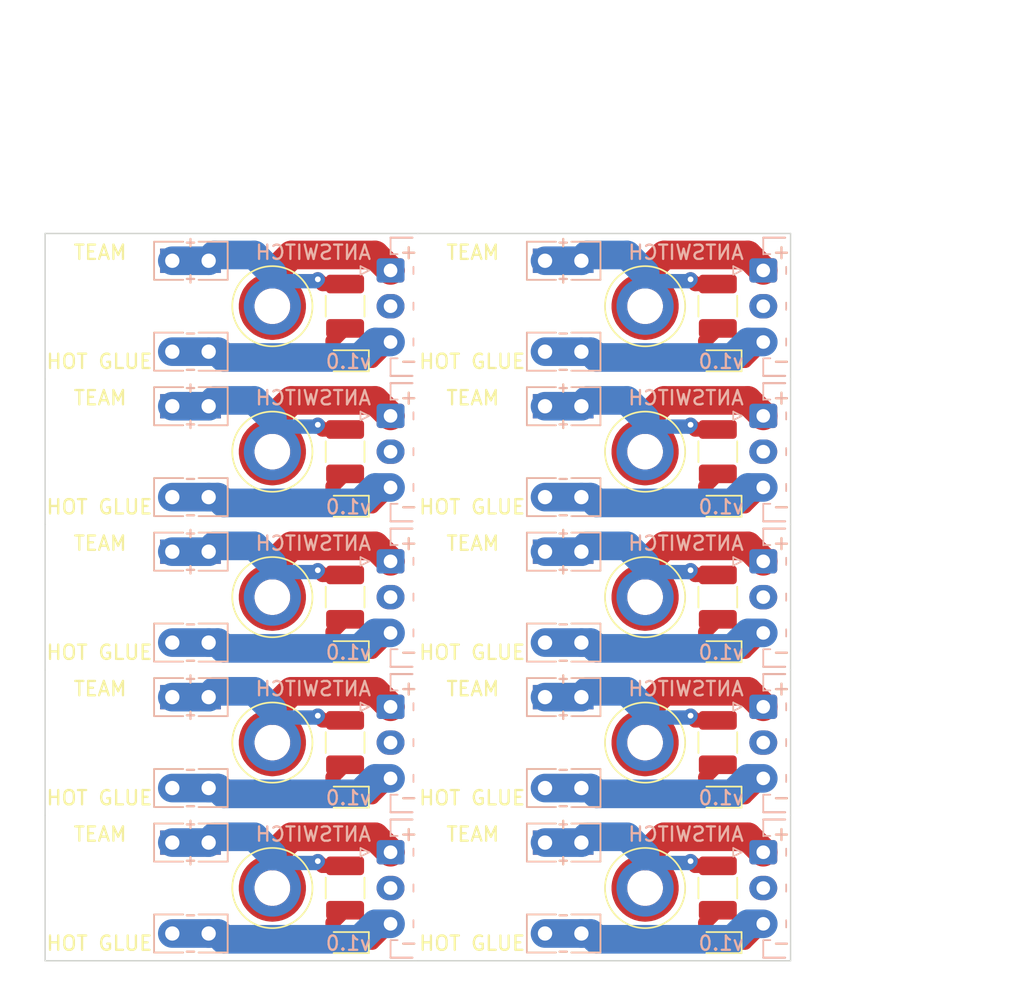
<source format=kicad_pcb>
(kicad_pcb (version 20240108) (generator "pcbnew") (generator_version "8.0")
  (layers (0 "F.Cu" signal) (31 "B.Cu" signal) (34 "B.Paste" user) (35 "F.Paste" user) (36 "B.SilkS" user "B.Silkscreen") (37 "F.SilkS" user "F.Silkscreen") (38 "B.Mask" user) (39 "F.Mask" user) (44 "Edge.Cuts" user))
  (net 0 "")
  (net 1 "Board_0-+BATT")
  (net 2 "Board_0--BATT")
  (net 3 "Board_0-/3.7V")
  (net 4 "Board_0-/BATT SWITCH")
  (net 5 "Board_0-Net-(D1-A)")
  (net 6 "Board_1-+BATT")
  (net 7 "Board_1--BATT")
  (net 8 "Board_1-/3.7V")
  (net 9 "Board_1-/BATT SWITCH")
  (net 10 "Board_1-Net-(D1-A)")
  (net 11 "Board_2-+BATT")
  (net 12 "Board_2--BATT")
  (net 13 "Board_2-/3.7V")
  (net 14 "Board_2-/BATT SWITCH")
  (net 15 "Board_2-Net-(D1-A)")
  (net 16 "Board_3-+BATT")
  (net 17 "Board_3--BATT")
  (net 18 "Board_3-/3.7V")
  (net 19 "Board_3-/BATT SWITCH")
  (net 20 "Board_3-Net-(D1-A)")
  (net 21 "Board_4-+BATT")
  (net 22 "Board_4--BATT")
  (net 23 "Board_4-/3.7V")
  (net 24 "Board_4-/BATT SWITCH")
  (net 25 "Board_4-Net-(D1-A)")
  (net 26 "Board_5-+BATT")
  (net 27 "Board_5--BATT")
  (net 28 "Board_5-/3.7V")
  (net 29 "Board_5-/BATT SWITCH")
  (net 30 "Board_5-Net-(D1-A)")
  (net 31 "Board_6-+BATT")
  (net 32 "Board_6--BATT")
  (net 33 "Board_6-/3.7V")
  (net 34 "Board_6-/BATT SWITCH")
  (net 35 "Board_6-Net-(D1-A)")
  (net 36 "Board_7-+BATT")
  (net 37 "Board_7--BATT")
  (net 38 "Board_7-/3.7V")
  (net 39 "Board_7-/BATT SWITCH")
  (net 40 "Board_7-Net-(D1-A)")
  (net 41 "Board_8-+BATT")
  (net 42 "Board_8--BATT")
  (net 43 "Board_8-/3.7V")
  (net 44 "Board_8-/BATT SWITCH")
  (net 45 "Board_8-Net-(D1-A)")
  (net 46 "Board_9-+BATT")
  (net 47 "Board_9--BATT")
  (net 48 "Board_9-/3.7V")
  (net 49 "Board_9-/BATT SWITCH")
  (net 50 "Board_9-Net-(D1-A)")
  (footprint "Trent_Components_Library:Screw M1.6" (layer "F.Cu") (at 164.375 45.4)
    (property "Reference" "M1" (hide yes))
    (property "Value" "Screw")
  )
  (footprint "LED_SMD:LED_0603_1608Metric_Pad1.05x0.95mm_HandSolder" (layer "F.Cu") (at 143.42 49.21 180)
    (property "Reference" "D1" (hide yes))
    (property "Value" "150060GS75003")
  )
  (footprint "Resistor_SMD:R_1210_3225Metric_Pad1.30x2.65mm_HandSolder" (layer "F.Cu") (at 143.42 55.56 -90)
    (property "Reference" "R1" (hide yes))
    (property "Value" "560112140008")
  )
  (footprint "Resistor_SMD:R_1210_3225Metric_Pad1.30x2.65mm_HandSolder" (layer "F.Cu") (at 169.455 35.24 -90)
    (property "Reference" "R1" (hide yes))
    (property "Value" "560112140008")
  )
  (footprint "Trent_Components_Library:Screw M3" (layer "F.Cu") (at 152.31 45.4)
    (property "Reference" "M2" (hide yes))
    (property "Value" "Screw")
  )
  (footprint "Trent_Components_Library:Screw M1.6" (layer "F.Cu") (at 164.375 35.24)
    (property "Reference" "M1" (hide yes))
    (property "Value" "Screw")
  )
  (footprint "Trent_Components_Library:PinHeader_1x02_P2.54mm_Vertical Positive" (layer "F.Cu") (at 131.35 21.905 90)
    (property "Reference" "J8" (hide yes))
    (property "Value" "+OUTPUT")
  )
  (footprint "Trent_Components_Library:Screw M3" (layer "F.Cu") (at 152.31 35.24)
    (property "Reference" "M2" (hide yes))
    (property "Value" "Screw")
  )
  (footprint "MountingHole:MountingHole_3.2mm_M3_DIN965" (layer "F.Cu") (at 126.275 25.08)
    (property "Reference" "H1" (hide yes))
    (property "Value" "MountingHole")
  )
  (footprint "Trent_Components_Library:screw_contact_3" (layer "F.Cu") (at 164.375 35.24)
    (property "Reference" "H2" (hide yes))
    (property "Value" "Screw contact")
  )
  (footprint "Trent_Components_Library:PinHeader_1x02_P2.54mm_Vertical Negative" (layer "F.Cu") (at 131.35 28.255 90)
    (property "Reference" "J9" (hide yes))
    (property "Value" "-OUTPUT")
  )
  (footprint "Trent_Components_Library:PinHeader_1x02_P2.54mm_Vertical Positive" (layer "F.Cu") (at 157.385 21.905 90)
    (property "Reference" "J8" (hide yes))
    (property "Value" "+OUTPUT")
  )
  (footprint "Trent_Components_Library:screw_contact_3" (layer "F.Cu") (at 138.34 25.08)
    (property "Reference" "H2" (hide yes))
    (property "Value" "Screw contact")
  )
  (footprint "Trent_Components_Library:Screw M3" (layer "F.Cu") (at 126.275 25.08)
    (property "Reference" "M2" (hide yes))
    (property "Value" "Screw")
  )
  (footprint "LED_SMD:LED_0603_1608Metric_Pad1.05x0.95mm_HandSolder" (layer "F.Cu") (at 169.455 39.05 180)
    (property "Reference" "D1" (hide yes))
    (property "Value" "150060GS75003")
  )
  (footprint "LED_SMD:LED_0603_1608Metric_Pad1.05x0.95mm_HandSolder" (layer "F.Cu") (at 169.455 28.89 180)
    (property "Reference" "D1" (hide yes))
    (property "Value" "150060GS75003")
  )
  (footprint "Trent_Components_Library:screw_contact_3" (layer "F.Cu") (at 164.375 25.08)
    (property "Reference" "H2" (hide yes))
    (property "Value" "Screw contact")
  )
  (footprint "Trent_Components_Library:Screw M3" (layer "F.Cu") (at 152.31 65.72)
    (property "Reference" "M2" (hide yes))
    (property "Value" "Screw")
  )
  (footprint "Trent_Components_Library:Screw M1.6" (layer "F.Cu") (at 138.34 65.72)
    (property "Reference" "M1" (hide yes))
    (property "Value" "Screw")
  )
  (footprint "Resistor_SMD:R_1210_3225Metric_Pad1.30x2.65mm_HandSolder" (layer "F.Cu") (at 143.42 65.72 -90)
    (property "Reference" "R1" (hide yes))
    (property "Value" "560112140008")
  )
  (footprint "Trent_Components_Library:Screw M3" (layer "F.Cu") (at 126.275 45.4)
    (property "Reference" "M2" (hide yes))
    (property "Value" "Screw")
  )
  (footprint "Trent_Components_Library:screw_contact_3" (layer "F.Cu") (at 138.34 35.24)
    (property "Reference" "H2" (hide yes))
    (property "Value" "Screw contact")
  )
  (footprint "LED_SMD:LED_0603_1608Metric_Pad1.05x0.95mm_HandSolder" (layer "F.Cu") (at 143.42 28.89 180)
    (property "Reference" "D1" (hide yes))
    (property "Value" "150060GS75003")
  )
  (footprint "Trent_Components_Library:Screw M1.6" (layer "F.Cu") (at 164.375 25.08)
    (property "Reference" "M1" (hide yes))
    (property "Value" "Screw")
  )
  (footprint "Trent_Components_Library:Screw M1.6" (layer "F.Cu") (at 138.34 35.24)
    (property "Reference" "M1" (hide yes))
    (property "Value" "Screw")
  )
  (footprint "LED_SMD:LED_0603_1608Metric_Pad1.05x0.95mm_HandSolder" (layer "F.Cu") (at 169.455 69.53 180)
    (property "Reference" "D1" (hide yes))
    (property "Value" "150060GS75003")
  )
  (footprint "Trent_Components_Library:screw_contact_3" (layer "F.Cu") (at 138.34 45.4)
    (property "Reference" "H2" (hide yes))
    (property "Value" "Screw contact")
  )
  (footprint "Trent_Components_Library:PinHeader_1x02_P2.54mm_Vertical Negative" (layer "F.Cu") (at 157.385 38.415 90)
    (property "Reference" "J9" (hide yes))
    (property "Value" "-OUTPUT")
  )
  (footprint "Trent_Components_Library:screw_contact_3" (layer "F.Cu") (at 164.375 55.56)
    (property "Reference" "H2" (hide yes))
    (property "Value" "Screw contact")
  )
  (footprint "MountingHole:MountingHole_3.2mm_M3_DIN965" (layer "F.Cu") (at 126.275 55.56)
    (property "Reference" "H1" (hide yes))
    (property "Value" "MountingHole")
  )
  (footprint "Trent_Components_Library:Screw M1.6" (layer "F.Cu") (at 164.375 65.72)
    (property "Reference" "M1" (hide yes))
    (property "Value" "Screw")
  )
  (footprint "MountingHole:MountingHole_3.2mm_M3_DIN965" (layer "F.Cu") (at 152.31 35.24)
    (property "Reference" "H1" (hide yes))
    (property "Value" "MountingHole")
  )
  (footprint "Resistor_SMD:R_1210_3225Metric_Pad1.30x2.65mm_HandSolder" (layer "F.Cu") (at 169.455 25.08 -90)
    (property "Reference" "R1" (hide yes))
    (property "Value" "560112140008")
  )
  (footprint "Resistor_SMD:R_1210_3225Metric_Pad1.30x2.65mm_HandSolder" (layer "F.Cu") (at 169.455 45.4 -90)
    (property "Reference" "R1" (hide yes))
    (property "Value" "560112140008")
  )
  (footprint "Trent_Components_Library:Screw M1.6" (layer "F.Cu") (at 138.34 25.08)
    (property "Reference" "M1" (hide yes))
    (property "Value" "Screw")
  )
  (footprint "Trent_Components_Library:PinHeader_1x02_P2.54mm_Vertical Negative" (layer "F.Cu") (at 157.385 28.255 90)
    (property "Reference" "J9" (hide yes))
    (property "Value" "-OUTPUT")
  )
  (footprint "Trent_Components_Library:PinHeader_1x02_P2.54mm_Vertical Positive" (layer "F.Cu") (at 157.385 62.545 90)
    (property "Reference" "J8" (hide yes))
    (property "Value" "+OUTPUT")
  )
  (footprint "Trent_Components_Library:PinHeader_1x02_P2.54mm_Vertical Positive" (layer "F.Cu") (at 157.385 52.385 90)
    (property "Reference" "J8" (hide yes))
    (property "Value" "+OUTPUT")
  )
  (footprint "MountingHole:MountingHole_3.2mm_M3_DIN965" (layer "F.Cu") (at 152.31 45.4)
    (property "Reference" "H1" (hide yes))
    (property "Value" "MountingHole")
  )
  (footprint "Trent_Components_Library:screw_contact_3" (layer "F.Cu") (at 138.34 65.72)
    (property "Reference" "H2" (hide yes))
    (property "Value" "Screw contact")
  )
  (footprint "LED_SMD:LED_0603_1608Metric_Pad1.05x0.95mm_HandSolder" (layer "F.Cu") (at 143.42 39.05 180)
    (property "Reference" "D1" (hide yes))
    (property "Value" "150060GS75003")
  )
  (footprint "Resistor_SMD:R_1210_3225Metric_Pad1.30x2.65mm_HandSolder" (layer "F.Cu") (at 143.42 45.4 -90)
    (property "Reference" "R1" (hide yes))
    (property "Value" "560112140008")
  )
  (footprint "Resistor_SMD:R_1210_3225Metric_Pad1.30x2.65mm_HandSolder" (layer "F.Cu") (at 169.455 55.56 -90)
    (property "Reference" "R1" (hide yes))
    (property "Value" "560112140008")
  )
  (footprint "Trent_Components_Library:PinHeader_1x02_P2.54mm_Vertical Negative" (layer "F.Cu") (at 131.35 38.415 90)
    (property "Reference" "J9" (hide yes))
    (property "Value" "-OUTPUT")
  )
  (footprint "MountingHole:MountingHole_3.2mm_M3_DIN965" (layer "F.Cu") (at 152.31 65.72)
    (property "Reference" "H1" (hide yes))
    (property "Value" "MountingHole")
  )
  (footprint "Trent_Components_Library:PinHeader_1x02_P2.54mm_Vertical Positive" (layer "F.Cu") (at 157.385 32.065 90)
    (property "Reference" "J8" (hide yes))
    (property "Value" "+OUTPUT")
  )
  (footprint "Trent_Components_Library:Screw M3" (layer "F.Cu") (at 126.275 55.56)
    (property "Reference" "M2" (hide yes))
    (property "Value" "Screw")
  )
  (footprint "MountingHole:MountingHole_3.2mm_M3_DIN965" (layer "F.Cu") (at 126.275 65.72)
    (property "Reference" "H1" (hide yes))
    (property "Value" "MountingHole")
  )
  (footprint "Trent_Components_Library:PinHeader_1x02_P2.54mm_Vertical Negative" (layer "F.Cu") (at 157.385 68.895 90)
    (property "Reference" "J9" (hide yes))
    (property "Value" "-OUTPUT")
  )
  (footprint "Trent_Components_Library:PinHeader_1x02_P2.54mm_Vertical Negative" (layer "F.Cu") (at 157.385 48.575 90)
    (property "Reference" "J9" (hide yes))
    (property "Value" "-OUTPUT")
  )
  (footprint "LED_SMD:LED_0603_1608Metric_Pad1.05x0.95mm_HandSolder" (layer "F.Cu") (at 143.42 59.37 180)
    (property "Reference" "D1" (hide yes))
    (property "Value" "150060GS75003")
  )
  (footprint "Trent_Components_Library:PinHeader_1x02_P2.54mm_Vertical Negative" (layer "F.Cu") (at 131.35 68.895 90)
    (property "Reference" "J9" (hide yes))
    (property "Value" "-OUTPUT")
  )
  (footprint "Trent_Components_Library:Screw M3" (layer "F.Cu") (at 152.31 55.56)
    (property "Reference" "M2" (hide yes))
    (property "Value" "Screw")
  )
  (footprint "Trent_Components_Library:PinHeader_1x02_P2.54mm_Vertical Negative" (layer "F.Cu") (at 131.35 58.735 90)
    (property "Reference" "J9" (hide yes))
    (property "Value" "-OUTPUT")
  )
  (footprint "MountingHole:MountingHole_3.2mm_M3_DIN965" (layer "F.Cu") (at 126.275 45.4)
    (property "Reference" "H1" (hide yes))
    (property "Value" "MountingHole")
  )
  (footprint "Trent_Components_Library:PinHeader_1x02_P2.54mm_Vertical Positive" (layer "F.Cu") (at 157.385 42.225 90)
    (property "Reference" "J8" (hide yes))
    (property "Value" "+OUTPUT")
  )
  (footprint "Trent_Components_Library:screw_contact_3" (layer "F.Cu") (at 138.34 55.56)
    (property "Reference" "H2" (hide yes))
    (property "Value" "Screw contact")
  )
  (footprint "MountingHole:MountingHole_3.2mm_M3_DIN965" (layer "F.Cu") (at 126.275 35.24)
    (property "Reference" "H1" (hide yes))
    (property "Value" "MountingHole")
  )
  (footprint "Trent_Components_Library:PinHeader_1x02_P2.54mm_Vertical Positive" (layer "F.Cu") (at 131.35 32.065 90)
    (property "Reference" "J8" (hide yes))
    (property "Value" "+OUTPUT")
  )
  (footprint "Trent_Components_Library:Screw M3" (layer "F.Cu") (at 126.275 35.24)
    (property "Reference" "M2" (hide yes))
    (property "Value" "Screw")
  )
  (footprint "Trent_Components_Library:PinHeader_1x02_P2.54mm_Vertical Positive" (layer "F.Cu") (at 131.35 62.545 90)
    (property "Reference" "J8" (hide yes))
    (property "Value" "+OUTPUT")
  )
  (footprint "MountingHole:MountingHole_3.2mm_M3_DIN965" (layer "F.Cu") (at 152.31 25.08)
    (property "Reference" "H1" (hide yes))
    (property "Value" "MountingHole")
  )
  (footprint "Resistor_SMD:R_1210_3225Metric_Pad1.30x2.65mm_HandSolder" (layer "F.Cu") (at 143.42 35.24 -90)
    (property "Reference" "R1" (hide yes))
    (property "Value" "560112140008")
  )
  (footprint "Trent_Components_Library:PinHeader_1x02_P2.54mm_Vertical Negative" (layer "F.Cu") (at 131.35 48.575 90)
    (property "Reference" "J9" (hide yes))
    (property "Value" "-OUTPUT")
  )
  (footprint "Resistor_SMD:R_1210_3225Metric_Pad1.30x2.65mm_HandSolder" (layer "F.Cu") (at 169.455 65.72 -90)
    (property "Reference" "R1" (hide yes))
    (property "Value" "560112140008")
  )
  (footprint "Trent_Components_Library:PinHeader_1x02_P2.54mm_Vertical Negative" (layer "F.Cu") (at 157.385 58.735 90)
    (property "Reference" "J9" (hide yes))
    (property "Value" "-OUTPUT")
  )
  (footprint "Trent_Components_Library:Screw M1.6" (layer "F.Cu") (at 138.34 45.4)
    (property "Reference" "M1" (hide yes))
    (property "Value" "Screw")
  )
  (footprint "LED_SMD:LED_0603_1608Metric_Pad1.05x0.95mm_HandSolder" (layer "F.Cu") (at 143.42 69.53 180)
    (property "Reference" "D1" (hide yes))
    (property "Value" "150060GS75003")
  )
  (footprint "LED_SMD:LED_0603_1608Metric_Pad1.05x0.95mm_HandSolder" (layer "F.Cu") (at 169.455 49.21 180)
    (property "Reference" "D1" (hide yes))
    (property "Value" "150060GS75003")
  )
  (footprint "LED_SMD:LED_0603_1608Metric_Pad1.05x0.95mm_HandSolder" (layer "F.Cu") (at 169.455 59.37 180)
    (property "Reference" "D1" (hide yes))
    (property "Value" "150060GS75003")
  )
  (footprint "Trent_Components_Library:screw_contact_3" (layer "F.Cu") (at 164.375 45.4)
    (property "Reference" "H2" (hide yes))
    (property "Value" "Screw contact")
  )
  (footprint "Trent_Components_Library:screw_contact_3" (layer "F.Cu") (at 164.375 65.72)
    (property "Reference" "H2" (hide yes))
    (property "Value" "Screw contact")
  )
  (footprint "Resistor_SMD:R_1210_3225Metric_Pad1.30x2.65mm_HandSolder" (layer "F.Cu") (at 143.42 25.08 -90)
    (property "Reference" "R1" (hide yes))
    (property "Value" "560112140008")
  )
  (footprint "Trent_Components_Library:PinHeader_1x02_P2.54mm_Vertical Positive" (layer "F.Cu") (at 131.35 52.385 90)
    (property "Reference" "J8" (hide yes))
    (property "Value" "+OUTPUT")
  )
  (footprint "Trent_Components_Library:Screw M3" (layer "F.Cu") (at 152.31 25.08)
    (property "Reference" "M2" (hide yes))
    (property "Value" "Screw")
  )
  (footprint "Trent_Components_Library:Screw M1.6" (layer "F.Cu") (at 164.375 55.56)
    (property "Reference" "M1" (hide yes))
    (property "Value" "Screw")
  )
  (footprint "Trent_Components_Library:Screw M3" (layer "F.Cu") (at 126.275 65.72)
    (property "Reference" "M2" (hide yes))
    (property "Value" "Screw")
  )
  (footprint "Trent_Components_Library:PinHeader_1x02_P2.54mm_Vertical Positive" (layer "F.Cu") (at 131.35 42.225 90)
    (property "Reference" "J8" (hide yes))
    (property "Value" "+OUTPUT")
  )
  (footprint "MountingHole:MountingHole_3.2mm_M3_DIN965" (layer "F.Cu") (at 152.31 55.56)
    (property "Reference" "H1" (hide yes))
    (property "Value" "MountingHole")
  )
  (footprint "Trent_Components_Library:Screw M1.6" (layer "F.Cu") (at 138.34 55.56)
    (property "Reference" "M1" (hide yes))
    (property "Value" "Screw")
  )
  (footprint "Mounting_Wuerth:Mounting_Wuerth_WA-SMSI-M1.6_H1mm_9774010633" (layer "B.Cu") (at 138.34 25.08 180)
    (property "Reference" "H4" (hide yes))
    (property "Value" "9774010633R")
  )
  (footprint "Trent_Components_Library:JST_XH_S3B-XH-A-1_1x03_P2.50mm_Horizontal_Aliexpress" (layer "B.Cu") (at 146.595 22.58 -90)
    (property "Reference" "J3" (hide yes))
    (property "Value" "BATTERY")
  )
  (footprint "Trent_Components_Library:JST_XH_S3B-XH-A-1_1x03_P2.50mm_Horizontal_Aliexpress" (layer "B.Cu") (at 172.63 32.74 -90)
    (property "Reference" "J3" (hide yes))
    (property "Value" "BATTERY")
  )
  (footprint "Trent_Components_Library:JST_XH_S3B-XH-A-1_1x03_P2.50mm_Horizontal_Aliexpress" (layer "B.Cu") (at 172.63 53.06 -90)
    (property "Reference" "J3" (hide yes))
    (property "Value" "BATTERY")
  )
  (footprint "Trent_Components_Library:JST_XH_S3B-XH-A-1_1x03_P2.50mm_Horizontal_Aliexpress" (layer "B.Cu") (at 146.595 32.74 -90)
    (property "Reference" "J3" (hide yes))
    (property "Value" "BATTERY")
  )
  (footprint "Trent_Components_Library:JST_XH_S3B-XH-A-1_1x03_P2.50mm_Horizontal_Aliexpress" (layer "B.Cu") (at 146.595 42.9 -90)
    (property "Reference" "J3" (hide yes))
    (property "Value" "BATTERY")
  )
  (footprint "Trent_Components_Library:JST_XH_S3B-XH-A-1_1x03_P2.50mm_Horizontal_Aliexpress" (layer "B.Cu") (at 146.595 53.06 -90)
    (property "Reference" "J3" (hide yes))
    (property "Value" "BATTERY")
  )
  (footprint "Mounting_Wuerth:Mounting_Wuerth_WA-SMSI-M1.6_H1mm_9774010633" (layer "B.Cu") (at 164.375 35.24 180)
    (property "Reference" "H4" (hide yes))
    (property "Value" "9774010633R")
  )
  (footprint "Mounting_Wuerth:Mounting_Wuerth_WA-SMSI-M1.6_H1mm_9774010633" (layer "B.Cu") (at 138.34 65.72 180)
    (property "Reference" "H4" (hide yes))
    (property "Value" "9774010633R")
  )
  (footprint "Mounting_Wuerth:Mounting_Wuerth_WA-SMSI-M1.6_H1mm_9774010633" (layer "B.Cu") (at 138.34 35.24 180)
    (property "Reference" "H4" (hide yes))
    (property "Value" "9774010633R")
  )
  (footprint "Trent_Components_Library:JST_XH_S3B-XH-A-1_1x03_P2.50mm_Horizontal_Aliexpress" (layer "B.Cu") (at 172.63 63.22 -90)
    (property "Reference" "J3" (hide yes))
    (property "Value" "BATTERY")
  )
  (footprint "Trent_Components_Library:JST_XH_S3B-XH-A-1_1x03_P2.50mm_Horizontal_Aliexpress" (layer "B.Cu") (at 146.595 63.22 -90)
    (property "Reference" "J3" (hide yes))
    (property "Value" "BATTERY")
  )
  (footprint "Mounting_Wuerth:Mounting_Wuerth_WA-SMSI-M1.6_H1mm_9774010633" (layer "B.Cu") (at 164.375 25.08 180)
    (property "Reference" "H4" (hide yes))
    (property "Value" "9774010633R")
  )
  (footprint "Mounting_Wuerth:Mounting_Wuerth_WA-SMSI-M1.6_H1mm_9774010633" (layer "B.Cu") (at 164.375 55.56 180)
    (property "Reference" "H4" (hide yes))
    (property "Value" "9774010633R")
  )
  (footprint "Mounting_Wuerth:Mounting_Wuerth_WA-SMSI-M1.6_H1mm_9774010633" (layer "B.Cu") (at 164.375 65.72 180)
    (property "Reference" "H4" (hide yes))
    (property "Value" "9774010633R")
  )
  (footprint "Mounting_Wuerth:Mounting_Wuerth_WA-SMSI-M1.6_H1mm_9774010633" (layer "B.Cu") (at 138.34 45.4 180)
    (property "Reference" "H4" (hide yes))
    (property "Value" "9774010633R")
  )
  (footprint "Trent_Components_Library:JST_XH_S3B-XH-A-1_1x03_P2.50mm_Horizontal_Aliexpress" (layer "B.Cu") (at 172.63 42.9 -90)
    (property "Reference" "J3" (hide yes))
    (property "Value" "BATTERY")
  )
  (footprint "Mounting_Wuerth:Mounting_Wuerth_WA-SMSI-M1.6_H1mm_9774010633" (layer "B.Cu") (at 138.34 55.56 180)
    (property "Reference" "H4" (hide yes))
    (property "Value" "9774010633R")
  )
  (footprint "Trent_Components_Library:JST_XH_S3B-XH-A-1_1x03_P2.50mm_Horizontal_Aliexpress" (layer "B.Cu") (at 172.63 22.58 -90)
    (property "Reference" "J3" (hide yes))
    (property "Value" "BATTERY")
  )
  (footprint "Mounting_Wuerth:Mounting_Wuerth_WA-SMSI-M1.6_H1mm_9774010633" (layer "B.Cu") (at 164.375 45.4 180)
    (property "Reference" "H4" (hide yes))
    (property "Value" "9774010633R")
  )
  (gr_line (start 148.5 70.8) (end 174.535 70.8) (stroke (width 0.1)) (layer "Edge.Cuts"))
  (gr_line (start 174.535 30.16) (end 174.535 20) (stroke (width 0.1)) (layer "Edge.Cuts"))
  (gr_line (start 174.535 40.32) (end 174.535 30.16) (stroke (width 0.1)) (layer "Edge.Cuts"))
  (gr_line (start 122.465 40.32) (end 122.465 50.48) (stroke (width 0.1)) (layer "Edge.Cuts"))
  (gr_line (start 174.535 70.8) (end 174.535 60.64) (stroke (width 0.1)) (layer "Edge.Cuts"))
  (gr_line (start 122.465 60.64) (end 122.465 70.8) (stroke (width 0.1)) (layer "Edge.Cuts"))
  (gr_line (start 122.465 70.8) (end 148.5 70.8) (stroke (width 0.1)) (layer "Edge.Cuts"))
  (gr_line (start 122.465 50.48) (end 122.465 60.64) (stroke (width 0.1)) (layer "Edge.Cuts"))
  (gr_line (start 174.535 60.64) (end 174.535 50.48) (stroke (width 0.1)) (layer "Edge.Cuts"))
  (gr_line (start 174.535 50.48) (end 174.535 40.32) (stroke (width 0.1)) (layer "Edge.Cuts"))
  (gr_line (start 174.535 20) (end 148.5 20) (stroke (width 0.1)) (layer "Edge.Cuts"))
  (gr_line (start 148.5 20) (end 122.465 20) (stroke (width 0.1)) (layer "Edge.Cuts"))
  (gr_line (start 122.465 20) (end 122.465 30.16) (stroke (width 0.1)) (layer "Edge.Cuts"))
  (gr_line (start 122.465 30.16) (end 122.465 40.32) (stroke (width 0.1)) (layer "Edge.Cuts"))
  (gr_text "+" (at 147.865 51.75 0) (layer "B.SilkS") (effects (font (size 1 1) (thickness 0.16)) (justify mirror)))
  (gr_text "-" (at 147.865 28.89 0) (layer "B.SilkS") (effects (font (size 1 1) (thickness 0.16)) (justify mirror)))
  (gr_text "-" (at 173.9 28.89 0) (layer "B.SilkS") (effects (font (size 1 1) (thickness 0.16)) (justify mirror)))
  (gr_text "-" (at 147.865 49.21 0) (layer "B.SilkS") (effects (font (size 1 1) (thickness 0.16)) (justify mirror)))
  (gr_text "+" (at 173.9 41.59 0) (layer "B.SilkS") (effects (font (size 1 1) (thickness 0.16)) (justify mirror)))
  (gr_text "v1.0" (at 145.325 39.685 0) (layer "B.SilkS") (effects (font (size 1 1) (thickness 0.16)) (justify left bottom mirror)))
  (gr_text "+" (at 147.865 61.91 0) (layer "B.SilkS") (effects (font (size 1 1) (thickness 0.16)) (justify mirror)))
  (gr_text "ANTSWITCH" (at 145.325 32.065 0) (layer "B.SilkS") (effects (font (size 1 1) (thickness 0.16)) (justify left bottom mirror)))
  (gr_text "v1.0" (at 145.325 29.525 0) (layer "B.SilkS") (effects (font (size 1 1) (thickness 0.16)) (justify left bottom mirror)))
  (gr_text "ANTSWITCH" (at 171.36 62.545 0) (layer "B.SilkS") (effects (font (size 1 1) (thickness 0.16)) (justify left bottom mirror)))
  (gr_text "v1.0" (at 171.36 29.525 0) (layer "B.SilkS") (effects (font (size 1 1) (thickness 0.16)) (justify left bottom mirror)))
  (gr_text "ANTSWITCH" (at 171.36 52.385 0) (layer "B.SilkS") (effects (font (size 1 1) (thickness 0.16)) (justify left bottom mirror)))
  (gr_text "+" (at 147.865 21.27 0) (layer "B.SilkS") (effects (font (size 1 1) (thickness 0.16)) (justify mirror)))
  (gr_text "-" (at 147.865 39.05 0) (layer "B.SilkS") (effects (font (size 1 1) (thickness 0.16)) (justify mirror)))
  (gr_text "v1.0" (at 145.325 70.165 0) (layer "B.SilkS") (effects (font (size 1 1) (thickness 0.16)) (justify left bottom mirror)))
  (gr_text "+" (at 173.9 21.27 0) (layer "B.SilkS") (effects (font (size 1 1) (thickness 0.16)) (justify mirror)))
  (gr_text "v1.0" (at 171.36 70.165 0) (layer "B.SilkS") (effects (font (size 1 1) (thickness 0.16)) (justify left bottom mirror)))
  (gr_text "ANTSWITCH" (at 171.36 21.905 0) (layer "B.SilkS") (effects (font (size 1 1) (thickness 0.16)) (justify left bottom mirror)))
  (gr_text "-" (at 173.9 49.21 0) (layer "B.SilkS") (effects (font (size 1 1) (thickness 0.16)) (justify mirror)))
  (gr_text "-" (at 147.865 59.37 0) (layer "B.SilkS") (effects (font (size 1 1) (thickness 0.16)) (justify mirror)))
  (gr_text "ANTSWITCH" (at 171.36 32.065 0) (layer "B.SilkS") (effects (font (size 1 1) (thickness 0.16)) (justify left bottom mirror)))
  (gr_text "-" (at 173.9 59.37 0) (layer "B.SilkS") (effects (font (size 1 1) (thickness 0.16)) (justify mirror)))
  (gr_text "-" (at 173.9 39.05 0) (layer "B.SilkS") (effects (font (size 1 1) (thickness 0.16)) (justify mirror)))
  (gr_text "v1.0" (at 171.36 49.845 0) (layer "B.SilkS") (effects (font (size 1 1) (thickness 0.16)) (justify left bottom mirror)))
  (gr_text "-" (at 173.9 69.53 0) (layer "B.SilkS") (effects (font (size 1 1) (thickness 0.16)) (justify mirror)))
  (gr_text "+" (at 147.865 31.43 0) (layer "B.SilkS") (effects (font (size 1 1) (thickness 0.16)) (justify mirror)))
  (gr_text "+" (at 173.9 61.91 0) (layer "B.SilkS") (effects (font (size 1 1) (thickness 0.16)) (justify mirror)))
  (gr_text "ANTSWITCH" (at 145.325 42.225 0) (layer "B.SilkS") (effects (font (size 1 1) (thickness 0.16)) (justify left bottom mirror)))
  (gr_text "+" (at 147.865 41.59 0) (layer "B.SilkS") (effects (font (size 1 1) (thickness 0.16)) (justify mirror)))
  (gr_text "ANTSWITCH" (at 171.36 42.225 0) (layer "B.SilkS") (effects (font (size 1 1) (thickness 0.16)) (justify left bottom mirror)))
  (gr_text "v1.0" (at 171.36 60.005 0) (layer "B.SilkS") (effects (font (size 1 1) (thickness 0.16)) (justify left bottom mirror)))
  (gr_text "v1.0" (at 145.325 60.005 0) (layer "B.SilkS") (effects (font (size 1 1) (thickness 0.16)) (justify left bottom mirror)))
  (gr_text "v1.0" (at 171.36 39.685 0) (layer "B.SilkS") (effects (font (size 1 1) (thickness 0.16)) (justify left bottom mirror)))
  (gr_text "+" (at 173.9 31.43 0) (layer "B.SilkS") (effects (font (size 1 1) (thickness 0.16)) (justify mirror)))
  (gr_text "+" (at 173.9 51.75 0) (layer "B.SilkS") (effects (font (size 1 1) (thickness 0.16)) (justify mirror)))
  (gr_text "ANTSWITCH" (at 145.325 62.545 0) (layer "B.SilkS") (effects (font (size 1 1) (thickness 0.16)) (justify left bottom mirror)))
  (gr_text "ANTSWITCH" (at 145.325 21.905 0) (layer "B.SilkS") (effects (font (size 1 1) (thickness 0.16)) (justify left bottom mirror)))
  (gr_text "ANTSWITCH" (at 145.325 52.385 0) (layer "B.SilkS") (effects (font (size 1 1) (thickness 0.16)) (justify left bottom mirror)))
  (gr_text "v1.0" (at 145.325 49.845 0) (layer "B.SilkS") (effects (font (size 1 1) (thickness 0.16)) (justify left bottom mirror)))
  (gr_text "-" (at 147.865 69.53 0) (layer "B.SilkS") (effects (font (size 1 1) (thickness 0.16)) (justify mirror)))
  (gr_text "HOT GLUE" (at 148.5 29.525 0) (layer "F.SilkS") (effects (font (size 1 1) (thickness 0.16)) (justify left bottom)))
  (gr_text "TEAM" (at 150.405 62.545 0) (layer "F.SilkS") (effects (font (size 1 1) (thickness 0.16)) (justify left bottom)))
  (gr_text "+" (at 173.9 41.59 0) (layer "F.SilkS") (effects (font (size 1 1) (thickness 0.16))))
  (gr_text "-" (at 173.9 59.37 0) (layer "F.SilkS") (effects (font (size 1 1) (thickness 0.16))))
  (gr_text "-" (at 147.865 49.21 0) (layer "F.SilkS") (effects (font (size 1 1) (thickness 0.16))))
  (gr_text "HOT GLUE" (at 148.5 39.685 0) (layer "F.SilkS") (effects (font (size 1 1) (thickness 0.16)) (justify left bottom)))
  (gr_text "+" (at 147.865 61.91 0) (layer "F.SilkS") (effects (font (size 1 1) (thickness 0.16))))
  (gr_text "-" (at 173.9 28.89 0) (layer "F.SilkS") (effects (font (size 1 1) (thickness 0.16))))
  (gr_text "TEAM" (at 124.37 21.905 0) (layer "F.SilkS") (effects (font (size 1 1) (thickness 0.16)) (justify left bottom)))
  (gr_text "-" (at 173.9 49.21 0) (layer "F.SilkS") (effects (font (size 1 1) (thickness 0.16))))
  (gr_text "TEAM" (at 124.37 52.385 0) (layer "F.SilkS") (effects (font (size 1 1) (thickness 0.16)) (justify left bottom)))
  (gr_text "-" (at 173.9 69.53 0) (layer "F.SilkS") (effects (font (size 1 1) (thickness 0.16))))
  (gr_text "+" (at 147.865 51.75 0) (layer "F.SilkS") (effects (font (size 1 1) (thickness 0.16))))
  (gr_text "TEAM" (at 124.37 62.545 0) (layer "F.SilkS") (effects (font (size 1 1) (thickness 0.16)) (justify left bottom)))
  (gr_text "+" (at 173.9 51.75 0) (layer "F.SilkS") (effects (font (size 1 1) (thickness 0.16))))
  (gr_text "TEAM" (at 150.405 21.905 0) (layer "F.SilkS") (effects (font (size 1 1) (thickness 0.16)) (justify left bottom)))
  (gr_text "-" (at 147.865 59.37 0) (layer "F.SilkS") (effects (font (size 1 1) (thickness 0.16))))
  (gr_text "HOT GLUE" (at 122.465 39.685 0) (layer "F.SilkS") (effects (font (size 1 1) (thickness 0.16)) (justify left bottom)))
  (gr_text "HOT GLUE" (at 122.465 60.005 0) (layer "F.SilkS") (effects (font (size 1 1) (thickness 0.16)) (justify left bottom)))
  (gr_text "-" (at 173.9 39.05 0) (layer "F.SilkS") (effects (font (size 1 1) (thickness 0.16))))
  (gr_text "HOT GLUE" (at 148.5 60.005 0) (layer "F.SilkS") (effects (font (size 1 1) (thickness 0.16)) (justify left bottom)))
  (gr_text "+" (at 173.9 61.91 0) (layer "F.SilkS") (effects (font (size 1 1) (thickness 0.16))))
  (gr_text "TEAM" (at 150.405 42.225 0) (layer "F.SilkS") (effects (font (size 1 1) (thickness 0.16)) (justify left bottom)))
  (gr_text "TEAM" (at 150.405 52.385 0) (layer "F.SilkS") (effects (font (size 1 1) (thickness 0.16)) (justify left bottom)))
  (gr_text "+" (at 147.865 41.59 0) (layer "F.SilkS") (effects (font (size 1 1) (thickness 0.16))))
  (gr_text "+" (at 173.9 31.43 0) (layer "F.SilkS") (effects (font (size 1 1) (thickness 0.16))))
  (gr_text "HOT GLUE" (at 122.465 70.165 0) (layer "F.SilkS") (effects (font (size 1 1) (thickness 0.16)) (justify left bottom)))
  (gr_text "+" (at 147.865 31.43 0) (layer "F.SilkS") (effects (font (size 1 1) (thickness 0.16))))
  (gr_text "TEAM" (at 124.37 32.065 0) (layer "F.SilkS") (effects (font (size 1 1) (thickness 0.16)) (justify left bottom)))
  (gr_text "HOT GLUE" (at 148.5 70.165 0) (layer "F.SilkS") (effects (font (size 1 1) (thickness 0.16)) (justify left bottom)))
  (gr_text "TEAM" (at 124.37 42.225 0) (layer "F.SilkS") (effects (font (size 1 1) (thickness 0.16)) (justify left bottom)))
  (gr_text "-" (at 147.865 28.89 0) (layer "F.SilkS") (effects (font (size 1 1) (thickness 0.16))))
  (gr_text "-" (at 147.865 69.53 0) (layer "F.SilkS") (effects (font (size 1 1) (thickness 0.16))))
  (gr_text "TEAM" (at 150.405 32.065 0) (layer "F.SilkS") (effects (font (size 1 1) (thickness 0.16)) (justify left bottom)))
  (gr_text "HOT GLUE" (at 148.5 49.845 0) (layer "F.SilkS") (effects (font (size 1 1) (thickness 0.16)) (justify left bottom)))
  (gr_text "HOT GLUE" (at 122.465 49.845 0) (layer "F.SilkS") (effects (font (size 1 1) (thickness 0.16)) (justify left bottom)))
  (gr_text "+" (at 147.865 21.27 0) (layer "F.SilkS") (effects (font (size 1 1) (thickness 0.16))))
  (gr_text "HOT GLUE" (at 122.465 29.525 0) (layer "F.SilkS") (effects (font (size 1 1) (thickness 0.16)) (justify left bottom)))
  (gr_text "+" (at 173.9 21.27 0) (layer "F.SilkS") (effects (font (size 1 1) (thickness 0.16))))
  (gr_text "-" (at 147.865 39.05 0) (layer "F.SilkS") (effects (font (size 1 1) (thickness 0.16))))
  (segment (start 139.67 21.5) (end 138.34 22.83) (width 2) (layer "F.Cu") (net 1))
  (segment (start 145.515 21.5) (end 139.67 21.5) (width 2) (layer "F.Cu") (net 1))
  (segment (start 146.595 22.58) (end 145.515 21.5) (width 2) (layer "F.Cu") (net 1))
  (segment (start 145.325 28.89) (end 144.295 28.89) (width 1) (layer "F.Cu") (net 2))
  (segment (start 146.595 27.58) (end 146.595 27.62) (width 1) (layer "F.Cu") (net 2))
  (segment (start 146.595 27.62) (end 145.325 28.89) (width 1) (layer "F.Cu") (net 2))
  (segment (start 134.935 28.66) (end 144.46 28.66) (width 2) (layer "B.Cu") (net 2))
  (segment (start 134.53 28.255) (end 134.935 28.66) (width 2) (layer "B.Cu") (net 2))
  (segment (start 133.89 28.255) (end 131.35 28.255) (width 2) (layer "B.Cu") (net 2))
  (segment (start 133.89 28.255) (end 134.53 28.255) (width 2) (layer "B.Cu") (net 2))
  (segment (start 144.46 28.66) (end 145.54 27.58) (width 2) (layer "B.Cu") (net 2))
  (segment (start 145.54 27.58) (end 146.595 27.58) (width 2) (layer "B.Cu") (net 2))
  (segment (start 141.845 23.53) (end 141.515 23.2) (width 1) (layer "F.Cu") (net 4))
  (segment (start 143.42 23.53) (end 141.845 23.53) (width 1) (layer "F.Cu") (net 4))
  (via (at 141.515 23.2) (size 0.8) (drill 0.4) (layers "F.Cu" "B.Cu") (net 4))
  (segment (start 131.35 21.905) (end 133.89 21.905) (width 2) (layer "B.Cu") (net 4))
  (segment (start 137.07 21.5) (end 138.34 22.77) (width 2) (layer "B.Cu") (net 4))
  (segment (start 138.34 22.77) (end 138.34 22.83) (width 2) (layer "B.Cu") (net 4))
  (segment (start 141.515 23.2) (end 141.385 23.33) (width 1) (layer "B.Cu") (net 4))
  (segment (start 133.89 21.905) (end 134.295 21.5) (width 2) (layer "B.Cu") (net 4))
  (segment (start 141.385 23.33) (end 138.34 23.33) (width 1) (layer "B.Cu") (net 4))
  (segment (start 134.295 21.5) (end 137.07 21.5) (width 2) (layer "B.Cu") (net 4))
  (segment (start 142.545 27.505) (end 143.42 26.63) (width 1) (layer "F.Cu") (net 5))
  (segment (start 142.545 28.89) (end 142.545 27.505) (width 1) (layer "F.Cu") (net 5))
  (segment (start 172.63 22.58) (end 171.55 21.5) (width 2) (layer "F.Cu") (net 6))
  (segment (start 165.705 21.5) (end 164.375 22.83) (width 2) (layer "F.Cu") (net 6))
  (segment (start 171.55 21.5) (end 165.705 21.5) (width 2) (layer "F.Cu") (net 6))
  (segment (start 171.36 28.89) (end 170.33 28.89) (width 1) (layer "F.Cu") (net 7))
  (segment (start 172.63 27.62) (end 171.36 28.89) (width 1) (layer "F.Cu") (net 7))
  (segment (start 172.63 27.58) (end 172.63 27.62) (width 1) (layer "F.Cu") (net 7))
  (segment (start 160.97 28.66) (end 170.495 28.66) (width 2) (layer "B.Cu") (net 7))
  (segment (start 160.565 28.255) (end 160.97 28.66) (width 2) (layer "B.Cu") (net 7))
  (segment (start 159.925 28.255) (end 160.565 28.255) (width 2) (layer "B.Cu") (net 7))
  (segment (start 171.575 27.58) (end 172.63 27.58) (width 2) (layer "B.Cu") (net 7))
  (segment (start 159.925 28.255) (end 157.385 28.255) (width 2) (layer "B.Cu") (net 7))
  (segment (start 170.495 28.66) (end 171.575 27.58) (width 2) (layer "B.Cu") (net 7))
  (segment (start 167.88 23.53) (end 167.55 23.2) (width 1) (layer "F.Cu") (net 9))
  (segment (start 169.455 23.53) (end 167.88 23.53) (width 1) (layer "F.Cu") (net 9))
  (via (at 167.55 23.2) (size 0.8) (drill 0.4) (layers "F.Cu" "B.Cu") (net 9))
  (segment (start 159.925 21.905) (end 160.33 21.5) (width 2) (layer "B.Cu") (net 9))
  (segment (start 167.55 23.2) (end 167.42 23.33) (width 1) (layer "B.Cu") (net 9))
  (segment (start 163.105 21.5) (end 164.375 22.77) (width 2) (layer "B.Cu") (net 9))
  (segment (start 160.33 21.5) (end 163.105 21.5) (width 2) (layer "B.Cu") (net 9))
  (segment (start 157.385 21.905) (end 159.925 21.905) (width 2) (layer "B.Cu") (net 9))
  (segment (start 164.375 22.77) (end 164.375 22.83) (width 2) (layer "B.Cu") (net 9))
  (segment (start 167.42 23.33) (end 164.375 23.33) (width 1) (layer "B.Cu") (net 9))
  (segment (start 168.58 28.89) (end 168.58 27.505) (width 1) (layer "F.Cu") (net 10))
  (segment (start 168.58 27.505) (end 169.455 26.63) (width 1) (layer "F.Cu") (net 10))
  (segment (start 145.515 31.66) (end 139.67 31.66) (width 2) (layer "F.Cu") (net 11))
  (segment (start 146.595 32.74) (end 145.515 31.66) (width 2) (layer "F.Cu") (net 11))
  (segment (start 139.67 31.66) (end 138.34 32.99) (width 2) (layer "F.Cu") (net 11))
  (segment (start 145.325 39.05) (end 144.295 39.05) (width 1) (layer "F.Cu") (net 12))
  (segment (start 146.595 37.78) (end 145.325 39.05) (width 1) (layer "F.Cu") (net 12))
  (segment (start 146.595 37.74) (end 146.595 37.78) (width 1) (layer "F.Cu") (net 12))
  (segment (start 133.89 38.415) (end 131.35 38.415) (width 2) (layer "B.Cu") (net 12))
  (segment (start 134.935 38.82) (end 144.46 38.82) (width 2) (layer "B.Cu") (net 12))
  (segment (start 134.53 38.415) (end 134.935 38.82) (width 2) (layer "B.Cu") (net 12))
  (segment (start 145.54 37.74) (end 146.595 37.74) (width 2) (layer "B.Cu") (net 12))
  (segment (start 133.89 38.415) (end 134.53 38.415) (width 2) (layer "B.Cu") (net 12))
  (segment (start 144.46 38.82) (end 145.54 37.74) (width 2) (layer "B.Cu") (net 12))
  (segment (start 141.845 33.69) (end 141.515 33.36) (width 1) (layer "F.Cu") (net 14))
  (segment (start 143.42 33.69) (end 141.845 33.69) (width 1) (layer "F.Cu") (net 14))
  (via (at 141.515 33.36) (size 0.8) (drill 0.4) (layers "F.Cu" "B.Cu") (net 14))
  (segment (start 131.35 32.065) (end 133.89 32.065) (width 2) (layer "B.Cu") (net 14))
  (segment (start 133.89 32.065) (end 134.295 31.66) (width 2) (layer "B.Cu") (net 14))
  (segment (start 137.07 31.66) (end 138.34 32.93) (width 2) (layer "B.Cu") (net 14))
  (segment (start 134.295 31.66) (end 137.07 31.66) (width 2) (layer "B.Cu") (net 14))
  (segment (start 141.515 33.36) (end 141.385 33.49) (width 1) (layer "B.Cu") (net 14))
  (segment (start 141.385 33.49) (end 138.34 33.49) (width 1) (layer "B.Cu") (net 14))
  (segment (start 138.34 32.93) (end 138.34 32.99) (width 2) (layer "B.Cu") (net 14))
  (segment (start 142.545 37.665) (end 143.42 36.79) (width 1) (layer "F.Cu") (net 15))
  (segment (start 142.545 39.05) (end 142.545 37.665) (width 1) (layer "F.Cu") (net 15))
  (segment (start 172.63 32.74) (end 171.55 31.66) (width 2) (layer "F.Cu") (net 16))
  (segment (start 165.705 31.66) (end 164.375 32.99) (width 2) (layer "F.Cu") (net 16))
  (segment (start 171.55 31.66) (end 165.705 31.66) (width 2) (layer "F.Cu") (net 16))
  (segment (start 172.63 37.74) (end 172.63 37.78) (width 1) (layer "F.Cu") (net 17))
  (segment (start 172.63 37.78) (end 171.36 39.05) (width 1) (layer "F.Cu") (net 17))
  (segment (start 171.36 39.05) (end 170.33 39.05) (width 1) (layer "F.Cu") (net 17))
  (segment (start 159.925 38.415) (end 157.385 38.415) (width 2) (layer "B.Cu") (net 17))
  (segment (start 159.925 38.415) (end 160.565 38.415) (width 2) (layer "B.Cu") (net 17))
  (segment (start 160.97 38.82) (end 170.495 38.82) (width 2) (layer "B.Cu") (net 17))
  (segment (start 160.565 38.415) (end 160.97 38.82) (width 2) (layer "B.Cu") (net 17))
  (segment (start 170.495 38.82) (end 171.575 37.74) (width 2) (layer "B.Cu") (net 17))
  (segment (start 171.575 37.74) (end 172.63 37.74) (width 2) (layer "B.Cu") (net 17))
  (segment (start 167.88 33.69) (end 167.55 33.36) (width 1) (layer "F.Cu") (net 19))
  (segment (start 169.455 33.69) (end 167.88 33.69) (width 1) (layer "F.Cu") (net 19))
  (via (at 167.55 33.36) (size 0.8) (drill 0.4) (layers "F.Cu" "B.Cu") (net 19))
  (segment (start 164.375 32.93) (end 164.375 32.99) (width 2) (layer "B.Cu") (net 19))
  (segment (start 167.42 33.49) (end 164.375 33.49) (width 1) (layer "B.Cu") (net 19))
  (segment (start 160.33 31.66) (end 163.105 31.66) (width 2) (layer "B.Cu") (net 19))
  (segment (start 163.105 31.66) (end 164.375 32.93) (width 2) (layer "B.Cu") (net 19))
  (segment (start 157.385 32.065) (end 159.925 32.065) (width 2) (layer "B.Cu") (net 19))
  (segment (start 167.55 33.36) (end 167.42 33.49) (width 1) (layer "B.Cu") (net 19))
  (segment (start 159.925 32.065) (end 160.33 31.66) (width 2) (layer "B.Cu") (net 19))
  (segment (start 168.58 37.665) (end 169.455 36.79) (width 1) (layer "F.Cu") (net 20))
  (segment (start 168.58 39.05) (end 168.58 37.665) (width 1) (layer "F.Cu") (net 20))
  (segment (start 145.515 41.82) (end 139.67 41.82) (width 2) (layer "F.Cu") (net 21))
  (segment (start 139.67 41.82) (end 138.34 43.15) (width 2) (layer "F.Cu") (net 21))
  (segment (start 146.595 42.9) (end 145.515 41.82) (width 2) (layer "F.Cu") (net 21))
  (segment (start 146.595 47.94) (end 145.325 49.21) (width 1) (layer "F.Cu") (net 22))
  (segment (start 146.595 47.9) (end 146.595 47.94) (width 1) (layer "F.Cu") (net 22))
  (segment (start 145.325 49.21) (end 144.295 49.21) (width 1) (layer "F.Cu") (net 22))
  (segment (start 133.89 48.575) (end 134.53 48.575) (width 2) (layer "B.Cu") (net 22))
  (segment (start 134.935 48.98) (end 144.46 48.98) (width 2) (layer "B.Cu") (net 22))
  (segment (start 134.53 48.575) (end 134.935 48.98) (width 2) (layer "B.Cu") (net 22))
  (segment (start 144.46 48.98) (end 145.54 47.9) (width 2) (layer "B.Cu") (net 22))
  (segment (start 145.54 47.9) (end 146.595 47.9) (width 2) (layer "B.Cu") (net 22))
  (segment (start 133.89 48.575) (end 131.35 48.575) (width 2) (layer "B.Cu") (net 22))
  (segment (start 143.42 43.85) (end 141.845 43.85) (width 1) (layer "F.Cu") (net 24))
  (segment (start 141.845 43.85) (end 141.515 43.52) (width 1) (layer "F.Cu") (net 24))
  (via (at 141.515 43.52) (size 0.8) (drill 0.4) (layers "F.Cu" "B.Cu") (net 24))
  (segment (start 137.07 41.82) (end 138.34 43.09) (width 2) (layer "B.Cu") (net 24))
  (segment (start 138.34 43.09) (end 138.34 43.15) (width 2) (layer "B.Cu") (net 24))
  (segment (start 133.89 42.225) (end 134.295 41.82) (width 2) (layer "B.Cu") (net 24))
  (segment (start 141.385 43.65) (end 138.34 43.65) (width 1) (layer "B.Cu") (net 24))
  (segment (start 134.295 41.82) (end 137.07 41.82) (width 2) (layer "B.Cu") (net 24))
  (segment (start 141.515 43.52) (end 141.385 43.65) (width 1) (layer "B.Cu") (net 24))
  (segment (start 131.35 42.225) (end 133.89 42.225) (width 2) (layer "B.Cu") (net 24))
  (segment (start 142.545 49.21) (end 142.545 47.825) (width 1) (layer "F.Cu") (net 25))
  (segment (start 142.545 47.825) (end 143.42 46.95) (width 1) (layer "F.Cu") (net 25))
  (segment (start 165.705 41.82) (end 164.375 43.15) (width 2) (layer "F.Cu") (net 26))
  (segment (start 172.63 42.9) (end 171.55 41.82) (width 2) (layer "F.Cu") (net 26))
  (segment (start 171.55 41.82) (end 165.705 41.82) (width 2) (layer "F.Cu") (net 26))
  (segment (start 171.36 49.21) (end 170.33 49.21) (width 1) (layer "F.Cu") (net 27))
  (segment (start 172.63 47.9) (end 172.63 47.94) (width 1) (layer "F.Cu") (net 27))
  (segment (start 172.63 47.94) (end 171.36 49.21) (width 1) (layer "F.Cu") (net 27))
  (segment (start 170.495 48.98) (end 171.575 47.9) (width 2) (layer "B.Cu") (net 27))
  (segment (start 171.575 47.9) (end 172.63 47.9) (width 2) (layer "B.Cu") (net 27))
  (segment (start 159.925 48.575) (end 157.385 48.575) (width 2) (layer "B.Cu") (net 27))
  (segment (start 159.925 48.575) (end 160.565 48.575) (width 2) (layer "B.Cu") (net 27))
  (segment (start 160.97 48.98) (end 170.495 48.98) (width 2) (layer "B.Cu") (net 27))
  (segment (start 160.565 48.575) (end 160.97 48.98) (width 2) (layer "B.Cu") (net 27))
  (segment (start 169.455 43.85) (end 167.88 43.85) (width 1) (layer "F.Cu") (net 29))
  (segment (start 167.88 43.85) (end 167.55 43.52) (width 1) (layer "F.Cu") (net 29))
  (via (at 167.55 43.52) (size 0.8) (drill 0.4) (layers "F.Cu" "B.Cu") (net 29))
  (segment (start 163.105 41.82) (end 164.375 43.09) (width 2) (layer "B.Cu") (net 29))
  (segment (start 159.925 42.225) (end 160.33 41.82) (width 2) (layer "B.Cu") (net 29))
  (segment (start 167.55 43.52) (end 167.42 43.65) (width 1) (layer "B.Cu") (net 29))
  (segment (start 164.375 43.09) (end 164.375 43.15) (width 2) (layer "B.Cu") (net 29))
  (segment (start 157.385 42.225) (end 159.925 42.225) (width 2) (layer "B.Cu") (net 29))
  (segment (start 160.33 41.82) (end 163.105 41.82) (width 2) (layer "B.Cu") (net 29))
  (segment (start 167.42 43.65) (end 164.375 43.65) (width 1) (layer "B.Cu") (net 29))
  (segment (start 168.58 49.21) (end 168.58 47.825) (width 1) (layer "F.Cu") (net 30))
  (segment (start 168.58 47.825) (end 169.455 46.95) (width 1) (layer "F.Cu") (net 30))
  (segment (start 145.515 51.98) (end 139.67 51.98) (width 2) (layer "F.Cu") (net 31))
  (segment (start 146.595 53.06) (end 145.515 51.98) (width 2) (layer "F.Cu") (net 31))
  (segment (start 139.67 51.98) (end 138.34 53.31) (width 2) (layer "F.Cu") (net 31))
  (segment (start 146.595 58.06) (end 146.595 58.1) (width 1) (layer "F.Cu") (net 32))
  (segment (start 145.325 59.37) (end 144.295 59.37) (width 1) (layer "F.Cu") (net 32))
  (segment (start 146.595 58.1) (end 145.325 59.37) (width 1) (layer "F.Cu") (net 32))
  (segment (start 133.89 58.735) (end 131.35 58.735) (width 2) (layer "B.Cu") (net 32))
  (segment (start 134.935 59.14) (end 144.46 59.14) (width 2) (layer "B.Cu") (net 32))
  (segment (start 133.89 58.735) (end 134.53 58.735) (width 2) (layer "B.Cu") (net 32))
  (segment (start 144.46 59.14) (end 145.54 58.06) (width 2) (layer "B.Cu") (net 32))
  (segment (start 145.54 58.06) (end 146.595 58.06) (width 2) (layer "B.Cu") (net 32))
  (segment (start 134.53 58.735) (end 134.935 59.14) (width 2) (layer "B.Cu") (net 32))
  (segment (start 141.845 54.01) (end 141.515 53.68) (width 1) (layer "F.Cu") (net 34))
  (segment (start 143.42 54.01) (end 141.845 54.01) (width 1) (layer "F.Cu") (net 34))
  (via (at 141.515 53.68) (size 0.8) (drill 0.4) (layers "F.Cu" "B.Cu") (net 34))
  (segment (start 137.07 51.98) (end 138.34 53.25) (width 2) (layer "B.Cu") (net 34))
  (segment (start 134.295 51.98) (end 137.07 51.98) (width 2) (layer "B.Cu") (net 34))
  (segment (start 141.385 53.81) (end 138.34 53.81) (width 1) (layer "B.Cu") (net 34))
  (segment (start 131.35 52.385) (end 133.89 52.385) (width 2) (layer "B.Cu") (net 34))
  (segment (start 138.34 53.25) (end 138.34 53.31) (width 2) (layer "B.Cu") (net 34))
  (segment (start 133.89 52.385) (end 134.295 51.98) (width 2) (layer "B.Cu") (net 34))
  (segment (start 141.515 53.68) (end 141.385 53.81) (width 1) (layer "B.Cu") (net 34))
  (segment (start 142.545 57.985) (end 143.42 57.11) (width 1) (layer "F.Cu") (net 35))
  (segment (start 142.545 59.37) (end 142.545 57.985) (width 1) (layer "F.Cu") (net 35))
  (segment (start 165.705 51.98) (end 164.375 53.31) (width 2) (layer "F.Cu") (net 36))
  (segment (start 172.63 53.06) (end 171.55 51.98) (width 2) (layer "F.Cu") (net 36))
  (segment (start 171.55 51.98) (end 165.705 51.98) (width 2) (layer "F.Cu") (net 36))
  (segment (start 171.36 59.37) (end 170.33 59.37) (width 1) (layer "F.Cu") (net 37))
  (segment (start 172.63 58.06) (end 172.63 58.1) (width 1) (layer "F.Cu") (net 37))
  (segment (start 172.63 58.1) (end 171.36 59.37) (width 1) (layer "F.Cu") (net 37))
  (segment (start 170.495 59.14) (end 171.575 58.06) (width 2) (layer "B.Cu") (net 37))
  (segment (start 160.565 58.735) (end 160.97 59.14) (width 2) (layer "B.Cu") (net 37))
  (segment (start 159.925 58.735) (end 160.565 58.735) (width 2) (layer "B.Cu") (net 37))
  (segment (start 159.925 58.735) (end 157.385 58.735) (width 2) (layer "B.Cu") (net 37))
  (segment (start 171.575 58.06) (end 172.63 58.06) (width 2) (layer "B.Cu") (net 37))
  (segment (start 160.97 59.14) (end 170.495 59.14) (width 2) (layer "B.Cu") (net 37))
  (segment (start 167.88 54.01) (end 167.55 53.68) (width 1) (layer "F.Cu") (net 39))
  (segment (start 169.455 54.01) (end 167.88 54.01) (width 1) (layer "F.Cu") (net 39))
  (via (at 167.55 53.68) (size 0.8) (drill 0.4) (layers "F.Cu" "B.Cu") (net 39))
  (segment (start 167.42 53.81) (end 164.375 53.81) (width 1) (layer "B.Cu") (net 39))
  (segment (start 164.375 53.25) (end 164.375 53.31) (width 2) (layer "B.Cu") (net 39))
  (segment (start 159.925 52.385) (end 160.33 51.98) (width 2) (layer "B.Cu") (net 39))
  (segment (start 167.55 53.68) (end 167.42 53.81) (width 1) (layer "B.Cu") (net 39))
  (segment (start 157.385 52.385) (end 159.925 52.385) (width 2) (layer "B.Cu") (net 39))
  (segment (start 160.33 51.98) (end 163.105 51.98) (width 2) (layer "B.Cu") (net 39))
  (segment (start 163.105 51.98) (end 164.375 53.25) (width 2) (layer "B.Cu") (net 39))
  (segment (start 168.58 59.37) (end 168.58 57.985) (width 1) (layer "F.Cu") (net 40))
  (segment (start 168.58 57.985) (end 169.455 57.11) (width 1) (layer "F.Cu") (net 40))
  (segment (start 146.595 63.22) (end 145.515 62.14) (width 2) (layer "F.Cu") (net 41))
  (segment (start 139.67 62.14) (end 138.34 63.47) (width 2) (layer "F.Cu") (net 41))
  (segment (start 145.515 62.14) (end 139.67 62.14) (width 2) (layer "F.Cu") (net 41))
  (segment (start 146.595 68.26) (end 145.325 69.53) (width 1) (layer "F.Cu") (net 42))
  (segment (start 146.595 68.22) (end 146.595 68.26) (width 1) (layer "F.Cu") (net 42))
  (segment (start 145.325 69.53) (end 144.295 69.53) (width 1) (layer "F.Cu") (net 42))
  (segment (start 134.53 68.895) (end 134.935 69.3) (width 2) (layer "B.Cu") (net 42))
  (segment (start 134.935 69.3) (end 144.46 69.3) (width 2) (layer "B.Cu") (net 42))
  (segment (start 133.89 68.895) (end 134.53 68.895) (width 2) (layer "B.Cu") (net 42))
  (segment (start 144.46 69.3) (end 145.54 68.22) (width 2) (layer "B.Cu") (net 42))
  (segment (start 145.54 68.22) (end 146.595 68.22) (width 2) (layer "B.Cu") (net 42))
  (segment (start 133.89 68.895) (end 131.35 68.895) (width 2) (layer "B.Cu") (net 42))
  (segment (start 141.845 64.17) (end 141.515 63.84) (width 1) (layer "F.Cu") (net 44))
  (segment (start 143.42 64.17) (end 141.845 64.17) (width 1) (layer "F.Cu") (net 44))
  (via (at 141.515 63.84) (size 0.8) (drill 0.4) (layers "F.Cu" "B.Cu") (net 44))
  (segment (start 138.34 63.41) (end 138.34 63.47) (width 2) (layer "B.Cu") (net 44))
  (segment (start 134.295 62.14) (end 137.07 62.14) (width 2) (layer "B.Cu") (net 44))
  (segment (start 137.07 62.14) (end 138.34 63.41) (width 2) (layer "B.Cu") (net 44))
  (segment (start 141.515 63.84) (end 141.385 63.97) (width 1) (layer "B.Cu") (net 44))
  (segment (start 141.385 63.97) (end 138.34 63.97) (width 1) (layer "B.Cu") (net 44))
  (segment (start 131.35 62.545) (end 133.89 62.545) (width 2) (layer "B.Cu") (net 44))
  (segment (start 133.89 62.545) (end 134.295 62.14) (width 2) (layer "B.Cu") (net 44))
  (segment (start 142.545 68.145) (end 143.42 67.27) (width 1) (layer "F.Cu") (net 45))
  (segment (start 142.545 69.53) (end 142.545 68.145) (width 1) (layer "F.Cu") (net 45))
  (segment (start 172.63 63.22) (end 171.55 62.14) (width 2) (layer "F.Cu") (net 46))
  (segment (start 165.705 62.14) (end 164.375 63.47) (width 2) (layer "F.Cu") (net 46))
  (segment (start 171.55 62.14) (end 165.705 62.14) (width 2) (layer "F.Cu") (net 46))
  (segment (start 172.63 68.22) (end 172.63 68.26) (width 1) (layer "F.Cu") (net 47))
  (segment (start 172.63 68.26) (end 171.36 69.53) (width 1) (layer "F.Cu") (net 47))
  (segment (start 171.36 69.53) (end 170.33 69.53) (width 1) (layer "F.Cu") (net 47))
  (segment (start 159.925 68.895) (end 160.565 68.895) (width 2) (layer "B.Cu") (net 47))
  (segment (start 171.575 68.22) (end 172.63 68.22) (width 2) (layer "B.Cu") (net 47))
  (segment (start 160.565 68.895) (end 160.97 69.3) (width 2) (layer "B.Cu") (net 47))
  (segment (start 159.925 68.895) (end 157.385 68.895) (width 2) (layer "B.Cu") (net 47))
  (segment (start 160.97 69.3) (end 170.495 69.3) (width 2) (layer "B.Cu") (net 47))
  (segment (start 170.495 69.3) (end 171.575 68.22) (width 2) (layer "B.Cu") (net 47))
  (segment (start 169.455 64.17) (end 167.88 64.17) (width 1) (layer "F.Cu") (net 49))
  (segment (start 167.88 64.17) (end 167.55 63.84) (width 1) (layer "F.Cu") (net 49))
  (via (at 167.55 63.84) (size 0.8) (drill 0.4) (layers "F.Cu" "B.Cu") (net 49))
  (segment (start 167.42 63.97) (end 164.375 63.97) (width 1) (layer "B.Cu") (net 49))
  (segment (start 164.375 63.41) (end 164.375 63.47) (width 2) (layer "B.Cu") (net 49))
  (segment (start 163.105 62.14) (end 164.375 63.41) (width 2) (layer "B.Cu") (net 49))
  (segment (start 157.385 62.545) (end 159.925 62.545) (width 2) (layer "B.Cu") (net 49))
  (segment (start 167.55 63.84) (end 167.42 63.97) (width 1) (layer "B.Cu") (net 49))
  (segment (start 159.925 62.545) (end 160.33 62.14) (width 2) (layer "B.Cu") (net 49))
  (segment (start 160.33 62.14) (end 163.105 62.14) (width 2) (layer "B.Cu") (net 49))
  (segment (start 168.58 69.53) (end 168.58 68.145) (width 1) (layer "F.Cu") (net 50))
  (segment (start 168.58 68.145) (end 169.455 67.27) (width 1) (layer "F.Cu") (net 50))
)
</source>
